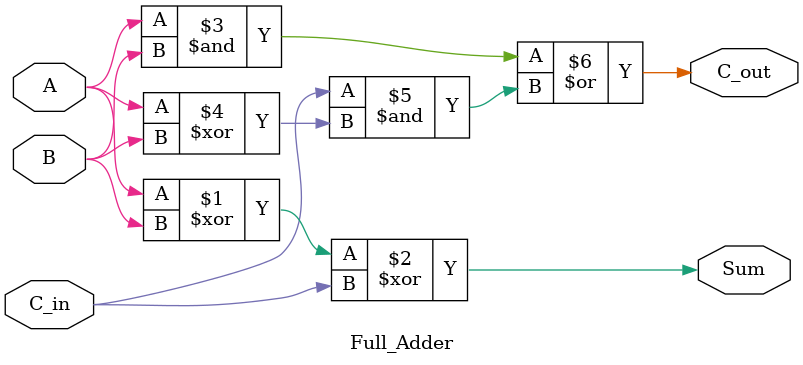
<source format=v>
`timescale 1ns / 1ps


module Full_Adder(
    input A, input B, input C_in,
    output Sum, output C_out
    );
    
    assign Sum = A ^ B ^ C_in;
    assign C_out =(A&B) | (C_in & (A^B));

endmodule

</source>
